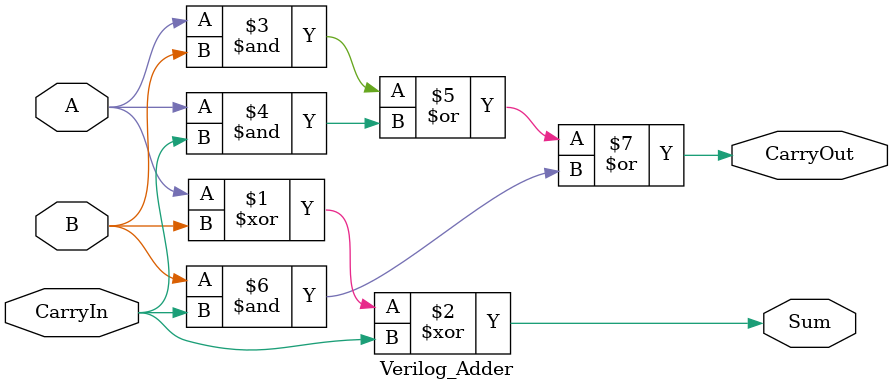
<source format=v>
`timescale 1ns / 1ps

module Verilog_Adder(
    output Sum,
    output CarryOut,
    input A,
    input B,
    input CarryIn
    );
    
    assign Sum = A^B^CarryIn;
    assign CarryOut = (A&B)|(A&CarryIn)|(B&CarryIn);
endmodule
</source>
